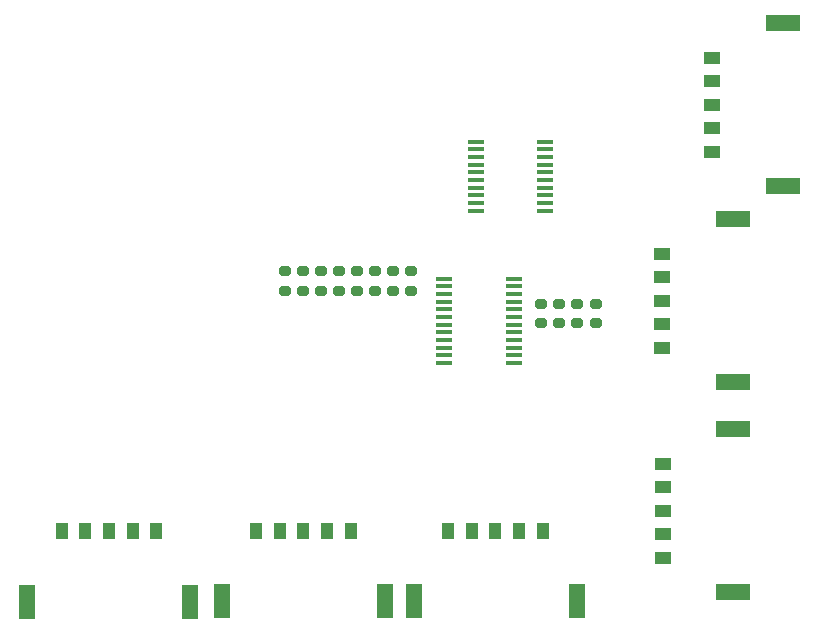
<source format=gbr>
%TF.GenerationSoftware,KiCad,Pcbnew,(6.0.7)*%
%TF.CreationDate,2023-02-01T00:47:53-08:00*%
%TF.ProjectId,SpresensePart2,53707265-7365-46e7-9365-50617274322e,rev?*%
%TF.SameCoordinates,Original*%
%TF.FileFunction,Paste,Top*%
%TF.FilePolarity,Positive*%
%FSLAX46Y46*%
G04 Gerber Fmt 4.6, Leading zero omitted, Abs format (unit mm)*
G04 Created by KiCad (PCBNEW (6.0.7)) date 2023-02-01 00:47:53*
%MOMM*%
%LPD*%
G01*
G04 APERTURE LIST*
G04 Aperture macros list*
%AMRoundRect*
0 Rectangle with rounded corners*
0 $1 Rounding radius*
0 $2 $3 $4 $5 $6 $7 $8 $9 X,Y pos of 4 corners*
0 Add a 4 corners polygon primitive as box body*
4,1,4,$2,$3,$4,$5,$6,$7,$8,$9,$2,$3,0*
0 Add four circle primitives for the rounded corners*
1,1,$1+$1,$2,$3*
1,1,$1+$1,$4,$5*
1,1,$1+$1,$6,$7*
1,1,$1+$1,$8,$9*
0 Add four rect primitives between the rounded corners*
20,1,$1+$1,$2,$3,$4,$5,0*
20,1,$1+$1,$4,$5,$6,$7,0*
20,1,$1+$1,$6,$7,$8,$9,0*
20,1,$1+$1,$8,$9,$2,$3,0*%
G04 Aperture macros list end*
%ADD10R,1.473200X0.355600*%
%ADD11RoundRect,0.200000X-0.275000X0.200000X-0.275000X-0.200000X0.275000X-0.200000X0.275000X0.200000X0*%
%ADD12R,1.475000X0.450000*%
%ADD13R,1.100000X1.450000*%
%ADD14R,1.350000X2.900000*%
%ADD15R,1.450000X1.100000*%
%ADD16R,2.900000X1.350000*%
G04 APERTURE END LIST*
D10*
%TO.C,U2*%
X163601400Y-105482200D03*
X163601400Y-106132201D03*
X163601400Y-106782199D03*
X163601400Y-107432201D03*
X163601400Y-108082199D03*
X163601400Y-108732198D03*
X163601400Y-109382199D03*
X163601400Y-110032198D03*
X163601400Y-110682199D03*
X163601400Y-111332198D03*
X169443400Y-111332200D03*
X169443400Y-110682202D03*
X169443400Y-110032201D03*
X169443400Y-109382202D03*
X169443400Y-108732201D03*
X169443400Y-108082202D03*
X169443400Y-107432201D03*
X169443400Y-106782202D03*
X169443400Y-106132201D03*
X169443400Y-105482202D03*
%TD*%
D11*
%TO.C,R6*%
X150469600Y-116472200D03*
X150469600Y-118122200D03*
%TD*%
%TO.C,R4*%
X158115000Y-116460000D03*
X158115000Y-118110000D03*
%TD*%
D12*
%TO.C,U1*%
X160892000Y-117075000D03*
X160892000Y-117725000D03*
X160892000Y-118375000D03*
X160892000Y-119025000D03*
X160892000Y-119675000D03*
X160892000Y-120325000D03*
X160892000Y-120975000D03*
X160892000Y-121625000D03*
X160892000Y-122275000D03*
X160892000Y-122925000D03*
X160892000Y-123575000D03*
X160892000Y-124225000D03*
X166768000Y-124225000D03*
X166768000Y-123575000D03*
X166768000Y-122925000D03*
X166768000Y-122275000D03*
X166768000Y-121625000D03*
X166768000Y-120975000D03*
X166768000Y-120325000D03*
X166768000Y-119675000D03*
X166768000Y-119025000D03*
X166768000Y-118375000D03*
X166768000Y-117725000D03*
X166768000Y-117075000D03*
%TD*%
D13*
%TO.C,J2*%
X128499100Y-138468100D03*
X130499100Y-138468100D03*
X132499100Y-138468100D03*
X134499100Y-138468100D03*
X136499100Y-138468100D03*
D14*
X125604100Y-144443100D03*
X139394100Y-144443100D03*
%TD*%
D11*
%TO.C,R5*%
X147421600Y-116472200D03*
X147421600Y-118122200D03*
%TD*%
%TO.C,R3*%
X155041600Y-116472200D03*
X155041600Y-118122200D03*
%TD*%
%TO.C,R7*%
X153517600Y-116472200D03*
X153517600Y-118122200D03*
%TD*%
D15*
%TO.C,J3*%
X179349400Y-122960900D03*
X179349400Y-120960900D03*
X179349400Y-118960900D03*
X179349400Y-116960900D03*
X179349400Y-114960900D03*
D16*
X185324400Y-125855900D03*
X185324400Y-112065900D03*
%TD*%
D11*
%TO.C,R11*%
X173736000Y-119215400D03*
X173736000Y-120865400D03*
%TD*%
%TO.C,R8*%
X156591000Y-116460000D03*
X156591000Y-118110000D03*
%TD*%
D15*
%TO.C,J6*%
X183565800Y-106362000D03*
X183565800Y-104362000D03*
X183565800Y-102362000D03*
X183565800Y-100362000D03*
X183565800Y-98362000D03*
D16*
X189540800Y-109257000D03*
X189540800Y-95467000D03*
%TD*%
D11*
%TO.C,R1*%
X148945600Y-116472200D03*
X148945600Y-118122200D03*
%TD*%
%TO.C,R10*%
X172161200Y-119215400D03*
X172161200Y-120865400D03*
%TD*%
%TO.C,R12*%
X170637200Y-119215400D03*
X170637200Y-120865400D03*
%TD*%
D13*
%TO.C,J1*%
X161214300Y-138442700D03*
X163214300Y-138442700D03*
X165214300Y-138442700D03*
X167214300Y-138442700D03*
X169214300Y-138442700D03*
D14*
X158319300Y-144417700D03*
X172109300Y-144417700D03*
%TD*%
D13*
%TO.C,J4*%
X144958300Y-138442700D03*
X146958300Y-138442700D03*
X148958300Y-138442700D03*
X150958300Y-138442700D03*
X152958300Y-138442700D03*
D14*
X142063300Y-144417700D03*
X155853300Y-144417700D03*
%TD*%
D15*
%TO.C,J5*%
X179387500Y-140740900D03*
X179387500Y-138740900D03*
X179387500Y-136740900D03*
X179387500Y-134740900D03*
X179387500Y-132740900D03*
D16*
X185362500Y-143635900D03*
X185362500Y-129845900D03*
%TD*%
D11*
%TO.C,R2*%
X151993600Y-116472200D03*
X151993600Y-118122200D03*
%TD*%
%TO.C,R9*%
X169062400Y-119215400D03*
X169062400Y-120865400D03*
%TD*%
M02*

</source>
